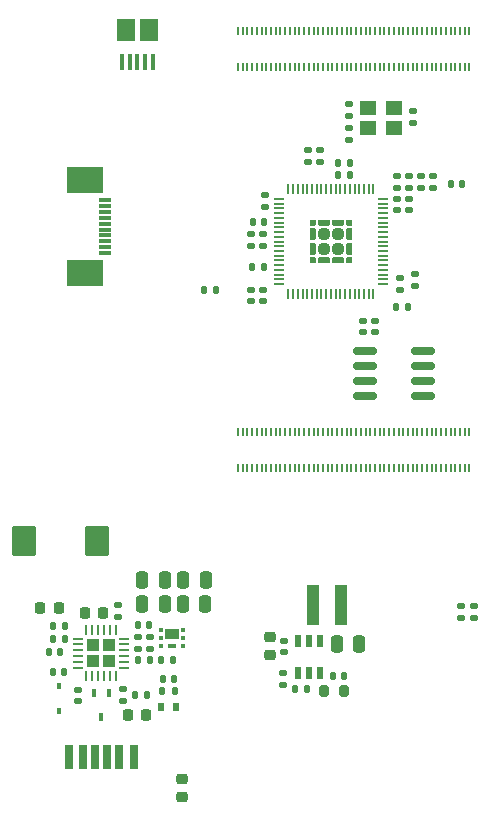
<source format=gbr>
%TF.GenerationSoftware,KiCad,Pcbnew,(6.0.7)*%
%TF.CreationDate,2022-11-21T16:52:03+01:00*%
%TF.ProjectId,MainBoard,4d61696e-426f-4617-9264-2e6b69636164,rev?*%
%TF.SameCoordinates,PXa344e00PY7102aa0*%
%TF.FileFunction,Paste,Top*%
%TF.FilePolarity,Positive*%
%FSLAX46Y46*%
G04 Gerber Fmt 4.6, Leading zero omitted, Abs format (unit mm)*
G04 Created by KiCad (PCBNEW (6.0.7)) date 2022-11-21 16:52:03*
%MOMM*%
%LPD*%
G01*
G04 APERTURE LIST*
G04 Aperture macros list*
%AMRoundRect*
0 Rectangle with rounded corners*
0 $1 Rounding radius*
0 $2 $3 $4 $5 $6 $7 $8 $9 X,Y pos of 4 corners*
0 Add a 4 corners polygon primitive as box body*
4,1,4,$2,$3,$4,$5,$6,$7,$8,$9,$2,$3,0*
0 Add four circle primitives for the rounded corners*
1,1,$1+$1,$2,$3*
1,1,$1+$1,$4,$5*
1,1,$1+$1,$6,$7*
1,1,$1+$1,$8,$9*
0 Add four rect primitives between the rounded corners*
20,1,$1+$1,$2,$3,$4,$5,0*
20,1,$1+$1,$4,$5,$6,$7,0*
20,1,$1+$1,$6,$7,$8,$9,0*
20,1,$1+$1,$8,$9,$2,$3,0*%
%AMFreePoly0*
4,1,15,0.405432,0.261726,0.463283,0.203876,0.483736,0.154497,0.483736,-0.212347,0.463283,-0.261726,0.413904,-0.282179,-0.413904,-0.282179,-0.463283,-0.261726,-0.483736,-0.212347,-0.483736,0.154497,-0.463281,0.203877,-0.405432,0.261726,-0.356053,0.282179,0.356053,0.282179,0.405432,0.261726,0.405432,0.261726,$1*%
%AMFreePoly1*
4,1,15,0.463283,0.261726,0.483736,0.212347,0.483736,-0.154497,0.463281,-0.203877,0.405432,-0.261726,0.356053,-0.282179,-0.356053,-0.282179,-0.405433,-0.261724,-0.463283,-0.203876,-0.483736,-0.154497,-0.483736,0.212347,-0.463283,0.261726,-0.413904,0.282179,0.413904,0.282179,0.463283,0.261726,0.463283,0.261726,$1*%
%AMFreePoly2*
4,1,15,0.261726,0.463283,0.282179,0.413904,0.282179,-0.413904,0.261726,-0.463283,0.212347,-0.483736,-0.154498,-0.483736,-0.203877,-0.463281,-0.261726,-0.405432,-0.282179,-0.356053,-0.282179,0.356053,-0.261724,0.405433,-0.203876,0.463283,-0.154498,0.483736,0.212347,0.483736,0.261726,0.463283,0.261726,0.463283,$1*%
%AMFreePoly3*
4,1,48,0.193769,0.277084,0.210256,0.277084,0.223594,0.267393,0.239272,0.262299,0.248962,0.248962,0.262299,0.239272,0.267393,0.223594,0.277084,0.210256,0.277084,0.193769,0.282178,0.178092,0.282178,-0.178092,0.277084,-0.193769,0.277084,-0.210256,0.267393,-0.223594,0.262299,-0.239272,0.248962,-0.248962,0.239272,-0.262299,0.223594,-0.267393,0.210256,-0.277084,0.193769,-0.277084,
0.178092,-0.282178,-0.091864,-0.282178,-0.099852,-0.279582,-0.108146,-0.280896,-0.129862,-0.269831,-0.153044,-0.262299,-0.157980,-0.255505,-0.165464,-0.251692,-0.251692,-0.165464,-0.255505,-0.157980,-0.262299,-0.153044,-0.269831,-0.129864,-0.280896,-0.108147,-0.279582,-0.099852,-0.282178,-0.091864,-0.282178,0.178092,-0.277084,0.193769,-0.277084,0.210256,-0.267393,0.223594,-0.262299,0.239272,
-0.248962,0.248962,-0.239272,0.262299,-0.223594,0.267393,-0.210256,0.277084,-0.193769,0.277084,-0.178092,0.282178,0.178092,0.282178,0.193769,0.277084,0.193769,0.277084,$1*%
%AMFreePoly4*
4,1,16,0.168960,0.477745,0.203876,0.463282,0.261726,0.405432,0.282179,0.356053,0.282179,-0.356053,0.261724,-0.405433,0.203876,-0.463283,0.154498,-0.483736,-0.212347,-0.483736,-0.261726,-0.463283,-0.282179,-0.413904,-0.282179,0.413904,-0.261726,0.463283,-0.212347,0.483736,0.154498,0.483736,0.168960,0.477745,0.168960,0.477745,$1*%
%AMFreePoly5*
4,1,48,0.099852,0.279582,0.108147,0.280896,0.129864,0.269831,0.153044,0.262299,0.157980,0.255505,0.165464,0.251692,0.251692,0.165464,0.255505,0.157980,0.262299,0.153044,0.269831,0.129862,0.280896,0.108146,0.279582,0.099852,0.282178,0.091864,0.282178,-0.178092,0.277084,-0.193769,0.277084,-0.210256,0.267393,-0.223594,0.262299,-0.239272,0.248962,-0.248962,0.239272,-0.262299,
0.223594,-0.267393,0.210256,-0.277084,0.193769,-0.277084,0.178092,-0.282178,-0.178092,-0.282178,-0.193769,-0.277084,-0.210256,-0.277084,-0.223594,-0.267393,-0.239272,-0.262299,-0.248962,-0.248962,-0.262299,-0.239272,-0.267393,-0.223594,-0.277084,-0.210256,-0.277084,-0.193769,-0.282178,-0.178092,-0.282178,0.178092,-0.277084,0.193769,-0.277084,0.210256,-0.267393,0.223594,-0.262299,0.239272,
-0.248962,0.248962,-0.239272,0.262299,-0.223594,0.267393,-0.210256,0.277084,-0.193769,0.277084,-0.178092,0.282178,0.091864,0.282178,0.099852,0.279582,0.099852,0.279582,$1*%
%AMFreePoly6*
4,1,48,0.193769,0.277084,0.210256,0.277084,0.223594,0.267393,0.239272,0.262299,0.248962,0.248962,0.262299,0.239272,0.267393,0.223594,0.277084,0.210256,0.277084,0.193769,0.282178,0.178092,0.282178,-0.091864,0.279582,-0.099852,0.280896,-0.108146,0.269831,-0.129862,0.262299,-0.153044,0.255505,-0.157980,0.251692,-0.165464,0.165464,-0.251692,0.157980,-0.255505,0.153044,-0.262299,
0.129864,-0.269831,0.108147,-0.280896,0.099852,-0.279582,0.091864,-0.282178,-0.178092,-0.282178,-0.193769,-0.277084,-0.210256,-0.277084,-0.223594,-0.267393,-0.239272,-0.262299,-0.248962,-0.248962,-0.262299,-0.239272,-0.267393,-0.223594,-0.277084,-0.210256,-0.277084,-0.193769,-0.282178,-0.178092,-0.282178,0.178092,-0.277084,0.193769,-0.277084,0.210256,-0.267393,0.223594,-0.262299,0.239272,
-0.248962,0.248962,-0.239272,0.262299,-0.223594,0.267393,-0.210256,0.277084,-0.193769,0.277084,-0.178092,0.282178,0.178092,0.282178,0.193769,0.277084,0.193769,0.277084,$1*%
%AMFreePoly7*
4,1,48,0.193769,0.277084,0.210256,0.277084,0.223594,0.267393,0.239272,0.262299,0.248962,0.248962,0.262299,0.239272,0.267393,0.223594,0.277084,0.210256,0.277084,0.193769,0.282178,0.178092,0.282178,-0.178092,0.277084,-0.193769,0.277084,-0.210256,0.267393,-0.223594,0.262299,-0.239272,0.248962,-0.248962,0.239272,-0.262299,0.223594,-0.267393,0.210256,-0.277084,0.193769,-0.277084,
0.178092,-0.282178,-0.178092,-0.282178,-0.193769,-0.277084,-0.210256,-0.277084,-0.223594,-0.267393,-0.239272,-0.262299,-0.248962,-0.248962,-0.262299,-0.239272,-0.267393,-0.223594,-0.277084,-0.210256,-0.277084,-0.193769,-0.282178,-0.178092,-0.282178,0.091864,-0.279582,0.099852,-0.280896,0.108147,-0.269831,0.129864,-0.262299,0.153044,-0.255505,0.157980,-0.251692,0.165464,-0.165464,0.251692,
-0.157980,0.255505,-0.153044,0.262299,-0.129862,0.269831,-0.108146,0.280896,-0.099852,0.279582,-0.091864,0.282178,0.178092,0.282178,0.193769,0.277084,0.193769,0.277084,$1*%
G04 Aperture macros list end*
%ADD10RoundRect,0.140000X0.140000X0.170000X-0.140000X0.170000X-0.140000X-0.170000X0.140000X-0.170000X0*%
%ADD11RoundRect,0.135000X-0.185000X0.135000X-0.185000X-0.135000X0.185000X-0.135000X0.185000X0.135000X0*%
%ADD12RoundRect,0.140000X0.170000X-0.140000X0.170000X0.140000X-0.170000X0.140000X-0.170000X-0.140000X0*%
%ADD13RoundRect,0.250000X-0.250000X-0.475000X0.250000X-0.475000X0.250000X0.475000X-0.250000X0.475000X0*%
%ADD14RoundRect,0.140000X-0.170000X0.140000X-0.170000X-0.140000X0.170000X-0.140000X0.170000X0.140000X0*%
%ADD15R,1.400000X1.200000*%
%ADD16RoundRect,0.218750X0.218750X0.256250X-0.218750X0.256250X-0.218750X-0.256250X0.218750X-0.256250X0*%
%ADD17RoundRect,0.140000X-0.140000X-0.170000X0.140000X-0.170000X0.140000X0.170000X-0.140000X0.170000X0*%
%ADD18RoundRect,0.135000X0.135000X0.185000X-0.135000X0.185000X-0.135000X-0.185000X0.135000X-0.185000X0*%
%ADD19R,0.980000X3.400000*%
%ADD20RoundRect,0.225000X0.250000X-0.225000X0.250000X0.225000X-0.250000X0.225000X-0.250000X-0.225000X0*%
%ADD21RoundRect,0.135000X0.185000X-0.135000X0.185000X0.135000X-0.185000X0.135000X-0.185000X-0.135000X0*%
%ADD22R,0.550000X0.800000*%
%ADD23RoundRect,0.250000X-0.787500X-1.025000X0.787500X-1.025000X0.787500X1.025000X-0.787500X1.025000X0*%
%ADD24RoundRect,0.225000X0.225000X0.250000X-0.225000X0.250000X-0.225000X-0.250000X0.225000X-0.250000X0*%
%ADD25R,0.450000X0.700000*%
%ADD26RoundRect,0.250000X0.250000X0.475000X-0.250000X0.475000X-0.250000X-0.475000X0.250000X-0.475000X0*%
%ADD27RoundRect,0.200000X-0.200000X-0.275000X0.200000X-0.275000X0.200000X0.275000X-0.200000X0.275000X0*%
%ADD28RoundRect,0.250000X0.295000X-0.295000X0.295000X0.295000X-0.295000X0.295000X-0.295000X-0.295000X0*%
%ADD29RoundRect,0.062500X0.062500X-0.350000X0.062500X0.350000X-0.062500X0.350000X-0.062500X-0.350000X0*%
%ADD30RoundRect,0.062500X0.350000X-0.062500X0.350000X0.062500X-0.350000X0.062500X-0.350000X-0.062500X0*%
%ADD31RoundRect,0.147500X0.147500X0.172500X-0.147500X0.172500X-0.147500X-0.172500X0.147500X-0.172500X0*%
%ADD32R,0.599999X1.000001*%
%ADD33RoundRect,0.135000X-0.135000X-0.185000X0.135000X-0.185000X0.135000X0.185000X-0.135000X0.185000X0*%
%ADD34R,1.100000X0.300000*%
%ADD35R,3.100000X2.300000*%
%ADD36RoundRect,0.225000X-0.250000X0.225000X-0.250000X-0.225000X0.250000X-0.225000X0.250000X0.225000X0*%
%ADD37R,0.425000X0.400000*%
%ADD38R,1.150000X0.950000*%
%ADD39R,0.750000X0.300000*%
%ADD40RoundRect,0.147500X-0.147500X-0.172500X0.147500X-0.172500X0.147500X0.172500X-0.147500X0.172500X0*%
%ADD41R,0.400000X1.350000*%
%ADD42R,1.500000X1.900000*%
%ADD43RoundRect,0.150000X-0.825000X-0.150000X0.825000X-0.150000X0.825000X0.150000X-0.825000X0.150000X0*%
%ADD44R,0.200000X0.700000*%
%ADD45R,0.700000X2.000000*%
%ADD46R,0.760000X2.000000*%
%ADD47R,0.800000X2.000000*%
%ADD48RoundRect,0.218750X-0.218750X-0.256250X0.218750X-0.256250X0.218750X0.256250X-0.218750X0.256250X0*%
%ADD49FreePoly0,90.000000*%
%ADD50FreePoly1,90.000000*%
%ADD51RoundRect,0.241868X0.241867X-0.241867X0.241867X0.241867X-0.241867X0.241867X-0.241867X-0.241867X0*%
%ADD52FreePoly2,90.000000*%
%ADD53FreePoly3,90.000000*%
%ADD54FreePoly4,90.000000*%
%ADD55FreePoly5,90.000000*%
%ADD56FreePoly6,90.000000*%
%ADD57FreePoly7,90.000000*%
%ADD58RoundRect,0.050000X0.050000X-0.362500X0.050000X0.362500X-0.050000X0.362500X-0.050000X-0.362500X0*%
%ADD59RoundRect,0.050000X0.362500X-0.050000X0.362500X0.050000X-0.362500X0.050000X-0.362500X-0.050000X0*%
%ADD60R,0.450000X0.600000*%
G04 APERTURE END LIST*
D10*
%TO.C,C65*%
X12780000Y18200000D03*
X11820000Y18200000D03*
%TD*%
%TO.C,C84*%
X29280000Y13900000D03*
X28320000Y13900000D03*
%TD*%
D11*
%TO.C,R28*%
X10550000Y12760000D03*
X10550000Y11740000D03*
%TD*%
D12*
%TO.C,C62*%
X6700000Y11720000D03*
X6700000Y12680000D03*
%TD*%
D13*
%TO.C,C72*%
X12170000Y22000000D03*
X14070000Y22000000D03*
%TD*%
D11*
%TO.C,R25*%
X24100000Y14110000D03*
X24100000Y13090000D03*
%TD*%
D12*
%TO.C,C30*%
X36770000Y55220000D03*
X36770000Y56180000D03*
%TD*%
D14*
%TO.C,C37*%
X35275000Y47880000D03*
X35275000Y46920000D03*
%TD*%
D15*
%TO.C,Y1*%
X31300000Y60250000D03*
X33500000Y60250000D03*
X33500000Y61950000D03*
X31300000Y61950000D03*
%TD*%
D16*
%TO.C,D10*%
X8887500Y19200000D03*
X7312500Y19200000D03*
%TD*%
D17*
%TO.C,C64*%
X4290000Y15900000D03*
X5250000Y15900000D03*
%TD*%
D18*
%TO.C,R16*%
X14810000Y15200000D03*
X13790000Y15200000D03*
%TD*%
D19*
%TO.C,L2*%
X26615000Y19900000D03*
X28985000Y19900000D03*
%TD*%
D12*
%TO.C,C45*%
X33770000Y53320000D03*
X33770000Y54280000D03*
%TD*%
D20*
%TO.C,C82*%
X23000000Y15625000D03*
X23000000Y17175000D03*
%TD*%
D21*
%TO.C,R19*%
X12800000Y16190000D03*
X12800000Y17210000D03*
%TD*%
D10*
%TO.C,C49*%
X29750000Y56300000D03*
X28790000Y56300000D03*
%TD*%
D14*
%TO.C,C54*%
X21400000Y46580000D03*
X21400000Y45620000D03*
%TD*%
D22*
%TO.C,D5*%
X15047700Y11216980D03*
X13797700Y11216980D03*
%TD*%
D14*
%TO.C,C11*%
X35100000Y61680000D03*
X35100000Y60720000D03*
%TD*%
D11*
%TO.C,R10*%
X33975000Y47585000D03*
X33975000Y46565000D03*
%TD*%
%TO.C,R2*%
X40270000Y19810000D03*
X40270000Y18790000D03*
%TD*%
%TO.C,R3*%
X29700000Y60310000D03*
X29700000Y59290000D03*
%TD*%
D12*
%TO.C,C27*%
X34770000Y53320000D03*
X34770000Y54280000D03*
%TD*%
D23*
%TO.C,C79*%
X2157500Y25300000D03*
X8382500Y25300000D03*
%TD*%
D12*
%TO.C,C50*%
X22400000Y50320000D03*
X22400000Y51280000D03*
%TD*%
D24*
%TO.C,C61*%
X12500000Y10550000D03*
X10950000Y10550000D03*
%TD*%
D11*
%TO.C,R1*%
X39185000Y19800000D03*
X39185000Y18780000D03*
%TD*%
D13*
%TO.C,C67*%
X12170000Y19950000D03*
X14070000Y19950000D03*
%TD*%
D11*
%TO.C,R4*%
X22540000Y54570000D03*
X22540000Y53550000D03*
%TD*%
D14*
%TO.C,C12*%
X26250000Y58380000D03*
X26250000Y57420000D03*
%TD*%
D10*
%TO.C,C32*%
X22480000Y52300000D03*
X21520000Y52300000D03*
%TD*%
D25*
%TO.C,D6*%
X9350000Y12400000D03*
X8050000Y12400000D03*
X8700000Y10400000D03*
%TD*%
D26*
%TO.C,C81*%
X17520000Y19950000D03*
X15620000Y19950000D03*
%TD*%
D17*
%TO.C,C42*%
X33690000Y45150000D03*
X34650000Y45150000D03*
%TD*%
D27*
%TO.C,R24*%
X27575000Y12600000D03*
X29225000Y12600000D03*
%TD*%
D14*
%TO.C,C44*%
X31875000Y43930000D03*
X31875000Y42970000D03*
%TD*%
D10*
%TO.C,C43*%
X22450000Y48500000D03*
X21490000Y48500000D03*
%TD*%
D28*
%TO.C,U6*%
X9375000Y16475000D03*
X8025000Y15125000D03*
X9375000Y15125000D03*
X8025000Y16475000D03*
D29*
X7450000Y13837500D03*
X7950000Y13837500D03*
X8450000Y13837500D03*
X8950000Y13837500D03*
X9450000Y13837500D03*
X9950000Y13837500D03*
D30*
X10662500Y14550000D03*
X10662500Y15050000D03*
X10662500Y15550000D03*
X10662500Y16050000D03*
X10662500Y16550000D03*
X10662500Y17050000D03*
D29*
X9950000Y17762500D03*
X9450000Y17762500D03*
X8950000Y17762500D03*
X8450000Y17762500D03*
X7950000Y17762500D03*
X7450000Y17762500D03*
D30*
X6737500Y17050000D03*
X6737500Y16550000D03*
X6737500Y16050000D03*
X6737500Y15550000D03*
X6737500Y15050000D03*
X6737500Y14550000D03*
%TD*%
D31*
%TO.C,FB4*%
X39285000Y55500000D03*
X38315000Y55500000D03*
%TD*%
D32*
%TO.C,U8*%
X27250001Y16875001D03*
X26300000Y16875001D03*
X25350002Y16875001D03*
X25350002Y14125001D03*
X26300000Y14125001D03*
X27250001Y14125001D03*
%TD*%
D33*
%TO.C,R12*%
X11565000Y12275000D03*
X12585000Y12275000D03*
%TD*%
D34*
%TO.C,J8*%
X9025000Y54175000D03*
X9025000Y53675000D03*
X9025000Y53175000D03*
X9025000Y52675000D03*
X9025000Y52175000D03*
X9025000Y51675000D03*
X9025000Y51175000D03*
X9025000Y50675000D03*
X9025000Y50175000D03*
X9025000Y49675000D03*
D35*
X7325000Y55845000D03*
X7325000Y48005000D03*
%TD*%
D36*
%TO.C,C60*%
X15500000Y5175000D03*
X15500000Y3625000D03*
%TD*%
D37*
%TO.C,Q1*%
X13762500Y17750000D03*
X13762500Y17100000D03*
X13762500Y16450000D03*
X15637500Y16450000D03*
X15637500Y17100000D03*
X15637500Y17750000D03*
D38*
X14700000Y17425000D03*
D39*
X14700000Y16450000D03*
%TD*%
D12*
%TO.C,C25*%
X35770000Y55220000D03*
X35770000Y56180000D03*
%TD*%
D14*
%TO.C,C13*%
X27200000Y58380000D03*
X27200000Y57420000D03*
%TD*%
D10*
%TO.C,C22*%
X29750000Y57300000D03*
X28790000Y57300000D03*
%TD*%
D13*
%TO.C,C85*%
X28650000Y16600000D03*
X30550000Y16600000D03*
%TD*%
D33*
%TO.C,R13*%
X4590000Y18100000D03*
X5610000Y18100000D03*
%TD*%
D21*
%TO.C,R18*%
X11800000Y16190000D03*
X11800000Y17210000D03*
%TD*%
D12*
%TO.C,C83*%
X24200000Y15920000D03*
X24200000Y16880000D03*
%TD*%
D14*
%TO.C,C51*%
X22400000Y46580000D03*
X22400000Y45620000D03*
%TD*%
%TO.C,C46*%
X30875000Y43930000D03*
X30875000Y42970000D03*
%TD*%
D40*
%TO.C,D7*%
X13915000Y13600000D03*
X14885000Y13600000D03*
%TD*%
D41*
%TO.C,J7*%
X13070000Y65847500D03*
X12420000Y65847500D03*
X11770000Y65847500D03*
X11120000Y65847500D03*
X10470000Y65847500D03*
D42*
X12770000Y68547500D03*
X10770000Y68547500D03*
%TD*%
D18*
%TO.C,R11*%
X14910000Y12600000D03*
X13890000Y12600000D03*
%TD*%
D26*
%TO.C,C78*%
X17540000Y22000000D03*
X15640000Y22000000D03*
%TD*%
D33*
%TO.C,R14*%
X11790000Y15200000D03*
X12810000Y15200000D03*
%TD*%
D21*
%TO.C,R17*%
X10100000Y18890000D03*
X10100000Y19910000D03*
%TD*%
D17*
%TO.C,C63*%
X4620000Y14200000D03*
X5580000Y14200000D03*
%TD*%
D43*
%TO.C,U5*%
X31025000Y41405000D03*
X31025000Y40135000D03*
X31025000Y38865000D03*
X31025000Y37595000D03*
X35975000Y37595000D03*
X35975000Y38865000D03*
X35975000Y40135000D03*
X35975000Y41405000D03*
%TD*%
D44*
%TO.C,Module1*%
X20280000Y31490000D03*
X20280000Y34570000D03*
X20680000Y31490000D03*
X20680000Y34570000D03*
X21080000Y31490000D03*
X21080000Y34570000D03*
X21480000Y31490000D03*
X21480000Y34570000D03*
X21880000Y31490000D03*
X21880000Y34570000D03*
X22280000Y31490000D03*
X22280000Y34570000D03*
X22680000Y31490000D03*
X22680000Y34570000D03*
X23080000Y31490000D03*
X23080000Y34570000D03*
X23480000Y31490000D03*
X23480000Y34570000D03*
X23880000Y31490000D03*
X23880000Y34570000D03*
X24280000Y31490000D03*
X24280000Y34570000D03*
X24680000Y31490000D03*
X24680000Y34570000D03*
X25080000Y31490000D03*
X25080000Y34570000D03*
X25480000Y31490000D03*
X25480000Y34570000D03*
X25880000Y31490000D03*
X25880000Y34570000D03*
X26280000Y31490000D03*
X26280000Y34570000D03*
X26680000Y31490000D03*
X26680000Y34570000D03*
X27080000Y31490000D03*
X27080000Y34570000D03*
X27480000Y31490000D03*
X27480000Y34570000D03*
X27880000Y31490000D03*
X27880000Y34570000D03*
X28280000Y31490000D03*
X28280000Y34570000D03*
X28680000Y31490000D03*
X28680000Y34570000D03*
X29080000Y31490000D03*
X29080000Y34570000D03*
X29480000Y31490000D03*
X29480000Y34570000D03*
X29880000Y31490000D03*
X29880000Y34570000D03*
X30280000Y31490000D03*
X30280000Y34570000D03*
X30680000Y31490000D03*
X30680000Y34570000D03*
X31080000Y31490000D03*
X31080000Y34570000D03*
X31480000Y31490000D03*
X31480000Y34570000D03*
X31880000Y31490000D03*
X31880000Y34570000D03*
X32280000Y31490000D03*
X32280000Y34570000D03*
X32680000Y31490000D03*
X32680000Y34570000D03*
X33080000Y31490000D03*
X33080000Y34570000D03*
X33480000Y31490000D03*
X33480000Y34570000D03*
X33880000Y31490000D03*
X33880000Y34570000D03*
X34280000Y31490000D03*
X34280000Y34570000D03*
X34680000Y31490000D03*
X34680000Y34570000D03*
X35080000Y31490000D03*
X35080000Y34570000D03*
X35480000Y31490000D03*
X35480000Y34570000D03*
X35880000Y31490000D03*
X35880000Y34570000D03*
X36280000Y31490000D03*
X36280000Y34570000D03*
X36680000Y31490000D03*
X36680000Y34570000D03*
X37080000Y31490000D03*
X37080000Y34570000D03*
X37480000Y31490000D03*
X37480000Y34570000D03*
X37880000Y31490000D03*
X37880000Y34570000D03*
X38280000Y31490000D03*
X38280000Y34570000D03*
X38680000Y31490000D03*
X38680000Y34570000D03*
X39080000Y31490000D03*
X39080000Y34570000D03*
X39480000Y31490000D03*
X39480000Y34570000D03*
X39880000Y31490000D03*
X39880000Y34570000D03*
X20280000Y65410000D03*
X20280000Y68490000D03*
X20680000Y65410000D03*
X20680000Y68490000D03*
X21080000Y65410000D03*
X21080000Y68490000D03*
X21480000Y65410000D03*
X21480000Y68490000D03*
X21880000Y65410000D03*
X21880000Y68490000D03*
X22280000Y65410000D03*
X22280000Y68490000D03*
X22680000Y65410000D03*
X22680000Y68490000D03*
X23080000Y65410000D03*
X23080000Y68490000D03*
X23480000Y65410000D03*
X23480000Y68490000D03*
X23880000Y65410000D03*
X23880000Y68490000D03*
X24280000Y65410000D03*
X24280000Y68490000D03*
X24680000Y65410000D03*
X24680000Y68490000D03*
X25080000Y65410000D03*
X25080000Y68490000D03*
X25480000Y65410000D03*
X25480000Y68490000D03*
X25880000Y65410000D03*
X25880000Y68490000D03*
X26280000Y65410000D03*
X26280000Y68490000D03*
X26680000Y65410000D03*
X26680000Y68490000D03*
X27080000Y65410000D03*
X27080000Y68490000D03*
X27480000Y65410000D03*
X27480000Y68490000D03*
X27880000Y65410000D03*
X27880000Y68490000D03*
X28280000Y65410000D03*
X28280000Y68490000D03*
X28680000Y65410000D03*
X28680000Y68490000D03*
X29080000Y65410000D03*
X29080000Y68490000D03*
X29480000Y65410000D03*
X29480000Y68490000D03*
X29880000Y65410000D03*
X29880000Y68490000D03*
X30280000Y65410000D03*
X30280000Y68490000D03*
X30680000Y65410000D03*
X30680000Y68490000D03*
X31080000Y65410000D03*
X31080000Y68490000D03*
X31480000Y65410000D03*
X31480000Y68490000D03*
X31880000Y65410000D03*
X31880000Y68490000D03*
X32280000Y65410000D03*
X32280000Y68490000D03*
X32680000Y65410000D03*
X32680000Y68490000D03*
X33080000Y65410000D03*
X33080000Y68490000D03*
X33480000Y65410000D03*
X33480000Y68490000D03*
X33880000Y65410000D03*
X33880000Y68490000D03*
X34280000Y65410000D03*
X34280000Y68490000D03*
X34680000Y65410000D03*
X34680000Y68490000D03*
X35080000Y65410000D03*
X35080000Y68490000D03*
X35480000Y65410000D03*
X35480000Y68490000D03*
X35880000Y65410000D03*
X35880000Y68490000D03*
X36280000Y65410000D03*
X36280000Y68490000D03*
X36680000Y65410000D03*
X36680000Y68490000D03*
X37080000Y65410000D03*
X37080000Y68490000D03*
X37480000Y65410000D03*
X37480000Y68490000D03*
X37880000Y65410000D03*
X37880000Y68490000D03*
X38280000Y65410000D03*
X38280000Y68490000D03*
X38680000Y65410000D03*
X38680000Y68490000D03*
X39080000Y65410000D03*
X39080000Y68490000D03*
X39480000Y65410000D03*
X39480000Y68490000D03*
X39880000Y65410000D03*
X39880000Y68490000D03*
%TD*%
D45*
%TO.C,J1*%
X8200000Y7000000D03*
D46*
X10220000Y7000000D03*
D47*
X11450000Y7000000D03*
D45*
X9200000Y7000000D03*
D46*
X7180000Y7000000D03*
D47*
X5950000Y7000000D03*
%TD*%
D12*
%TO.C,C40*%
X34770000Y55220000D03*
X34770000Y56180000D03*
%TD*%
D40*
%TO.C,FB1*%
X17415000Y46600000D03*
X18385000Y46600000D03*
%TD*%
D18*
%TO.C,R26*%
X26110000Y12800000D03*
X25090000Y12800000D03*
%TD*%
D48*
%TO.C,D9*%
X3512500Y19600000D03*
X5087500Y19600000D03*
%TD*%
D12*
%TO.C,C55*%
X21400000Y50320000D03*
X21400000Y51280000D03*
%TD*%
%TO.C,C2*%
X29700000Y61320000D03*
X29700000Y62280000D03*
%TD*%
%TO.C,C35*%
X33770000Y55220000D03*
X33770000Y56180000D03*
%TD*%
D49*
%TO.C,U4*%
X29700000Y50060000D03*
D50*
X26600000Y51260000D03*
D51*
X28750000Y50060000D03*
D50*
X26600000Y50060000D03*
D52*
X28750000Y52210000D03*
D51*
X27550000Y51260000D03*
D49*
X29700000Y51260000D03*
D53*
X26600000Y52210000D03*
D52*
X27550000Y52210000D03*
D54*
X27550000Y49110000D03*
D55*
X29700000Y49110000D03*
D51*
X28750000Y51260000D03*
D54*
X28750000Y49110000D03*
D56*
X26600000Y49110000D03*
D51*
X27550000Y50060000D03*
D57*
X29700000Y52210000D03*
D58*
X24550000Y46222500D03*
X24950000Y46222500D03*
X25350000Y46222500D03*
X25750000Y46222500D03*
X26150000Y46222500D03*
X26550000Y46222500D03*
X26950000Y46222500D03*
X27350000Y46222500D03*
X27750000Y46222500D03*
X28150000Y46222500D03*
X28550000Y46222500D03*
X28950000Y46222500D03*
X29350000Y46222500D03*
X29750000Y46222500D03*
X30150000Y46222500D03*
X30550000Y46222500D03*
X30950000Y46222500D03*
X31350000Y46222500D03*
X31750000Y46222500D03*
D59*
X32587500Y47060000D03*
X32587500Y47460000D03*
X32587500Y47860000D03*
X32587500Y48260000D03*
X32587500Y48660000D03*
X32587500Y49060000D03*
X32587500Y49460000D03*
X32587500Y49860000D03*
X32587500Y50260000D03*
X32587500Y50660000D03*
X32587500Y51060000D03*
X32587500Y51460000D03*
X32587500Y51860000D03*
X32587500Y52260000D03*
X32587500Y52660000D03*
X32587500Y53060000D03*
X32587500Y53460000D03*
X32587500Y53860000D03*
X32587500Y54260000D03*
D58*
X31750000Y55097500D03*
X31350000Y55097500D03*
X30950000Y55097500D03*
X30550000Y55097500D03*
X30150000Y55097500D03*
X29750000Y55097500D03*
X29350000Y55097500D03*
X28950000Y55097500D03*
X28550000Y55097500D03*
X28150000Y55097500D03*
X27750000Y55097500D03*
X27350000Y55097500D03*
X26950000Y55097500D03*
X26550000Y55097500D03*
X26150000Y55097500D03*
X25750000Y55097500D03*
X25350000Y55097500D03*
X24950000Y55097500D03*
X24550000Y55097500D03*
D59*
X23712500Y54260000D03*
X23712500Y53860000D03*
X23712500Y53460000D03*
X23712500Y53060000D03*
X23712500Y52660000D03*
X23712500Y52260000D03*
X23712500Y51860000D03*
X23712500Y51460000D03*
X23712500Y51060000D03*
X23712500Y50660000D03*
X23712500Y50260000D03*
X23712500Y49860000D03*
X23712500Y49460000D03*
X23712500Y49060000D03*
X23712500Y48660000D03*
X23712500Y48260000D03*
X23712500Y47860000D03*
X23712500Y47460000D03*
X23712500Y47060000D03*
%TD*%
D60*
%TO.C,D8*%
X5100000Y10900000D03*
X5100000Y13000000D03*
%TD*%
D18*
%TO.C,R15*%
X5610000Y17000000D03*
X4590000Y17000000D03*
%TD*%
M02*

</source>
